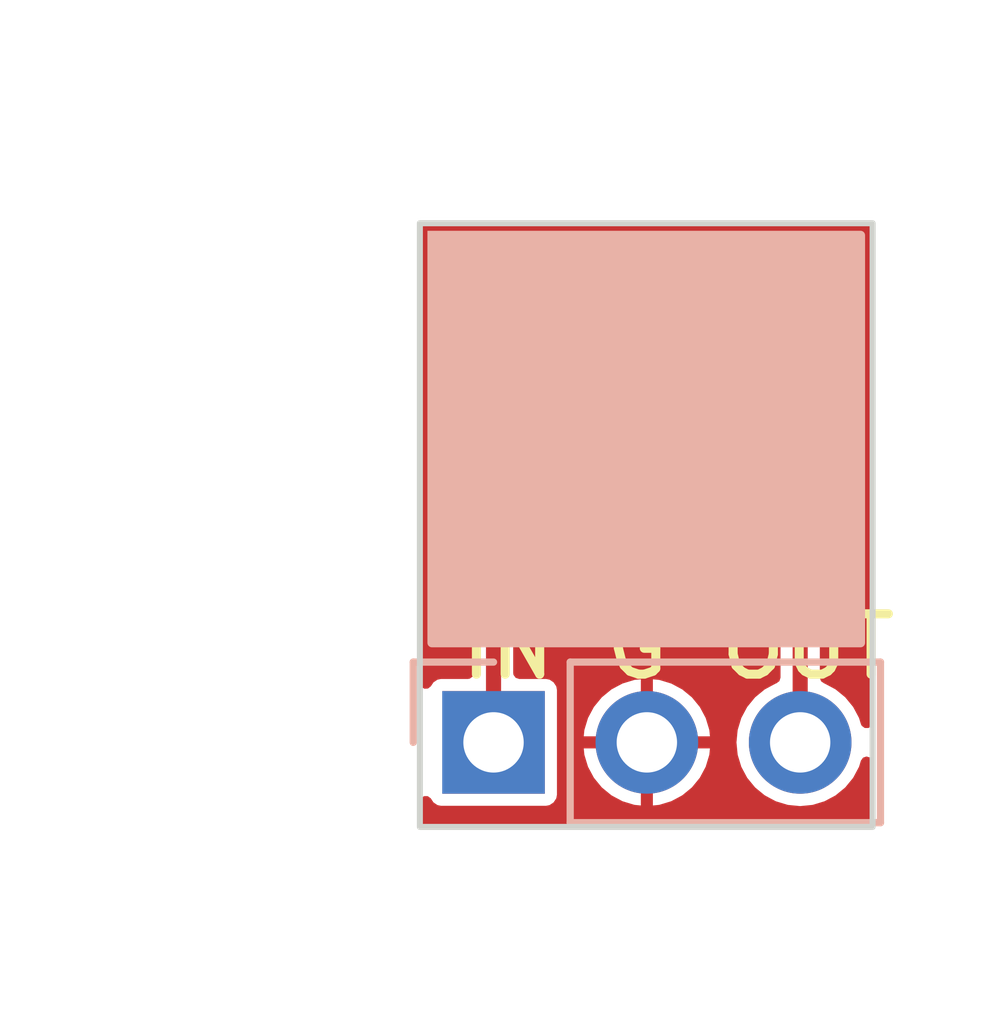
<source format=kicad_pcb>
(kicad_pcb (version 20221018) (generator pcbnew)
  (layers (0 "F.Cu" signal) (31 "B.Cu" signal) (34 "B.Paste" user) (35 "F.Paste" user) (36 "B.SilkS" user "B.Silkscreen") (37 "F.SilkS" user "F.Silkscreen") (38 "B.Mask" user) (39 "F.Mask" user) (44 "Edge.Cuts" user))
  (net 0 "")
  (net 1 "/IN")
  (net 2 "GND")
  (net 3 "/OUT")
  (footprint "Capacitor_SMD:C_0603_1608Metric_Pad1.08x0.95mm_HandSolder" (layer "F.Cu") (at 52 55.1)
    (fp_text reference "C1" hide)
    (fp_text value "1uF")
    (fp_line (start -0.146267 -0.51) (end 0.146267 -0.51) (stroke (width 0.12)) (layer "F.SilkS"))
    (fp_line (start -0.146267 0.51) (end 0.146267 0.51) (stroke (width 0.12)) (layer "F.SilkS"))
    (pad "1" smd roundrect (at -0.8625 0) (size 1.075 0.95) (layers "F.Cu" "F.Paste" "F.Mask") (net 1 "/IN"))
    (pad "2" smd roundrect (at 0.8625 0) (size 1.075 0.95) (layers "F.Cu" "F.Paste" "F.Mask") (net 2 "GND"))
  )
  (footprint "Package_TO_SOT_SMD:SOT-23" (layer "F.Cu") (at 53.75 52.25 90)
    (fp_text reference "U1" hide)
    (fp_text value "REF3318")
    (fp_line (start 0 -1.56) (end -1.675 -1.56) (stroke (width 0.12)) (layer "F.SilkS"))
    (fp_line (start 0 -1.56) (end 0.65 -1.56) (stroke (width 0.12)) (layer "F.SilkS"))
    (fp_line (start 0 1.56) (end -0.65 1.56) (stroke (width 0.12)) (layer "F.SilkS"))
    (fp_line (start 0 1.56) (end 0.65 1.56) (stroke (width 0.12)) (layer "F.SilkS"))
    (pad "1" smd roundrect (at -0.9375 -0.95 90) (size 1.475 0.6) (layers "F.Cu" "F.Paste" "F.Mask") (net 1 "/IN"))
    (pad "2" smd roundrect (at -0.9375 0.95 90) (size 1.475 0.6) (layers "F.Cu" "F.Paste" "F.Mask") (net 3 "/OUT"))
    (pad "3" smd roundrect (at 0.9375 0 90) (size 1.475 0.6) (layers "F.Cu" "F.Paste" "F.Mask") (net 2 "GND"))
  )
  (footprint "Capacitor_SMD:C_0603_1608Metric_Pad1.08x0.95mm_HandSolder" (layer "F.Cu") (at 55.6 55.1 180)
    (fp_text reference "C2" hide)
    (fp_text value "1uF")
    (fp_line (start -0.146267 -0.51) (end 0.146267 -0.51) (stroke (width 0.12)) (layer "F.SilkS"))
    (fp_line (start -0.146267 0.51) (end 0.146267 0.51) (stroke (width 0.12)) (layer "F.SilkS"))
    (pad "1" smd roundrect (at -0.8625 0 180) (size 1.075 0.95) (layers "F.Cu" "F.Paste" "F.Mask") (net 3 "/OUT"))
    (pad "2" smd roundrect (at 0.8625 0 180) (size 1.075 0.95) (layers "F.Cu" "F.Paste" "F.Mask") (net 2 "GND"))
  )
  (footprint "Connector_PinHeader_2.54mm:PinHeader_1x03_P2.54mm_Vertical" (layer "B.Cu") (at 51.22 58.6 -90)
    (fp_text reference "J1" hide)
    (fp_text value "Conn_01x03")
    (fp_line (start -1.33 -6.41) (end 1.33 -6.41) (stroke (width 0.12)) (layer "B.SilkS"))
    (fp_line (start -1.33 -1.27) (end -1.33 -6.41) (stroke (width 0.12)) (layer "B.SilkS"))
    (fp_line (start -1.33 -1.27) (end 1.33 -1.27) (stroke (width 0.12)) (layer "B.SilkS"))
    (fp_line (start -1.33 0) (end -1.33 1.33) (stroke (width 0.12)) (layer "B.SilkS"))
    (fp_line (start -1.33 1.33) (end 0 1.33) (stroke (width 0.12)) (layer "B.SilkS"))
    (fp_line (start 1.33 -1.27) (end 1.33 -6.41) (stroke (width 0.12)) (layer "B.SilkS"))
    (pad "1" thru_hole rect (at 0 0 270) (size 1.7 1.7) (drill 1) (layers "*.Cu" "*.Mask") (net 1 "/IN"))
    (pad "2" thru_hole oval (at 0 -2.54 270) (size 1.7 1.7) (drill 1) (layers "*.Cu" "*.Mask") (net 2 "GND"))
    (pad "3" thru_hole oval (at 0 -5.08 270) (size 1.7 1.7) (drill 1) (layers "*.Cu" "*.Mask") (net 3 "/OUT"))
  )
  (gr_rect (start 50.2 50.2) (end 57.3 56.95) (stroke (width 0.15)) (fill solid) (layer "B.SilkS"))
  (gr_rect (start 50 50) (end 57.5 60) (stroke (width 0.1)) (fill none) (layer "Edge.Cuts"))
  (gr_text "IN" (at 50.6 57.6) (layer "F.SilkS") (effects (font (size 1 1)) (justify left bottom)))
  (gr_text "SKEC" (at 56.8 54.15 90) (layer "F.SilkS") (effects (font (size 0.8 0.8) (thickness 0.1)) (justify left bottom)))
  (gr_text "REF33" (at 52.1 54.15 90) (layer "F.SilkS") (effects (font (size 0.8 0.8) (thickness 0.1)) (justify left bottom)))
  (gr_text "OUT" (at 54.9 57.6) (layer "F.SilkS") (effects (font (size 1 1)) (justify left bottom)))
  (gr_text "V1" (at 51.1 54.15 90) (layer "F.SilkS") (effects (font (size 0.8 0.8) (thickness 0.1)) (justify left bottom)))
  (gr_text "G" (at 53 57.6) (layer "F.SilkS") (effects (font (size 1 1)) (justify left bottom)))
  (segment (start 51.1375 55.1) (end 51.22 55.1825) (width 0.25) (layer "F.Cu") (net 1))
  (segment (start 52.8 53.1875) (end 51.7125 53.1875) (width 0.25) (layer "F.Cu") (net 1))
  (segment (start 51.1375 53.7625) (end 51.1375 55.1) (width 0.25) (layer "F.Cu") (net 1))
  (segment (start 51.7125 53.1875) (end 51.1375 53.7625) (width 0.25) (layer "F.Cu") (net 1))
  (segment (start 51.22 55.1825) (end 51.22 58.6) (width 0.25) (layer "F.Cu") (net 1))
  (segment (start 56.4625 53.6125) (end 56.4625 55.1) (width 0.25) (layer "F.Cu") (net 3))
  (segment (start 56.0375 53.1875) (end 56.4625 53.6125) (width 0.25) (layer "F.Cu") (net 3))
  (segment (start 56.4625 55.1) (end 56.3 55.2625) (width 0.25) (layer "F.Cu") (net 3))
  (segment (start 54.7 53.1875) (end 56.0375 53.1875) (width 0.25) (layer "F.Cu") (net 3))
  (segment (start 56.3 55.2625) (end 56.3 58.6) (width 0.25) (layer "F.Cu") (net 3))
  (zone (net 2) (net_name "GND") (layer "F.Cu") (connect_pads (clearance 0.2)) (min_thickness 0.2) (fill yes (thermal_gap 0.2) (thermal_bridge_width 0.2))
    (polygon (pts (xy 50 50) (xy 50 60) (xy 57.5 60) (xy 57.5 50)))
  )
)
</source>
